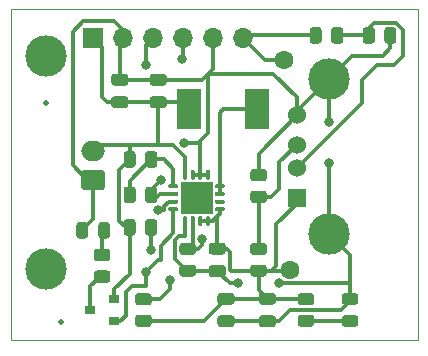
<source format=gbr>
%TF.GenerationSoftware,KiCad,Pcbnew,5.1.10-88a1d61d58~88~ubuntu18.04.1*%
%TF.CreationDate,2021-10-12T23:30:59-03:00*%
%TF.ProjectId,ConversorDCDC,436f6e76-6572-4736-9f72-444344432e6b,1.0*%
%TF.SameCoordinates,Original*%
%TF.FileFunction,Copper,L1,Top*%
%TF.FilePolarity,Positive*%
%FSLAX46Y46*%
G04 Gerber Fmt 4.6, Leading zero omitted, Abs format (unit mm)*
G04 Created by KiCad (PCBNEW 5.1.10-88a1d61d58~88~ubuntu18.04.1) date 2021-10-12 23:30:59*
%MOMM*%
%LPD*%
G01*
G04 APERTURE LIST*
%TA.AperFunction,Profile*%
%ADD10C,0.050000*%
%TD*%
%TA.AperFunction,ComponentPad*%
%ADD11C,2.600000*%
%TD*%
%TA.AperFunction,ConnectorPad*%
%ADD12C,3.500000*%
%TD*%
%TA.AperFunction,SMDPad,CuDef*%
%ADD13R,2.000000X3.400000*%
%TD*%
%TA.AperFunction,SMDPad,CuDef*%
%ADD14R,0.900000X0.800000*%
%TD*%
%TA.AperFunction,SMDPad,CuDef*%
%ADD15R,2.700000X2.700000*%
%TD*%
%TA.AperFunction,ComponentPad*%
%ADD16C,0.500000*%
%TD*%
%TA.AperFunction,ComponentPad*%
%ADD17O,2.000000X1.700000*%
%TD*%
%TA.AperFunction,ComponentPad*%
%ADD18R,1.700000X1.700000*%
%TD*%
%TA.AperFunction,ComponentPad*%
%ADD19O,1.700000X1.700000*%
%TD*%
%TA.AperFunction,SMDPad,CuDef*%
%ADD20C,0.500000*%
%TD*%
%TA.AperFunction,ComponentPad*%
%ADD21C,3.500000*%
%TD*%
%TA.AperFunction,ComponentPad*%
%ADD22R,1.524000X1.524000*%
%TD*%
%TA.AperFunction,ComponentPad*%
%ADD23C,1.524000*%
%TD*%
%TA.AperFunction,ViaPad*%
%ADD24C,0.800000*%
%TD*%
%TA.AperFunction,ViaPad*%
%ADD25C,1.600000*%
%TD*%
%TA.AperFunction,Conductor*%
%ADD26C,0.300000*%
%TD*%
G04 APERTURE END LIST*
D10*
X80000000Y-126500000D02*
X80000000Y-98500000D01*
X114500000Y-126500000D02*
X80000000Y-126500000D01*
X114500000Y-98500000D02*
X114500000Y-126500000D01*
X80000000Y-98500000D02*
X114500000Y-98500000D01*
%TO.P,LED1,2*%
%TO.N,Net-(LED1-Pad2)*%
%TA.AperFunction,SMDPad,CuDef*%
G36*
G01*
X87450000Y-117706250D02*
X87450000Y-116793750D01*
G75*
G02*
X87693750Y-116550000I243750J0D01*
G01*
X88181250Y-116550000D01*
G75*
G02*
X88425000Y-116793750I0J-243750D01*
G01*
X88425000Y-117706250D01*
G75*
G02*
X88181250Y-117950000I-243750J0D01*
G01*
X87693750Y-117950000D01*
G75*
G02*
X87450000Y-117706250I0J243750D01*
G01*
G37*
%TD.AperFunction*%
%TO.P,LED1,1*%
%TO.N,GND*%
%TA.AperFunction,SMDPad,CuDef*%
G36*
G01*
X85575000Y-117706250D02*
X85575000Y-116793750D01*
G75*
G02*
X85818750Y-116550000I243750J0D01*
G01*
X86306250Y-116550000D01*
G75*
G02*
X86550000Y-116793750I0J-243750D01*
G01*
X86550000Y-117706250D01*
G75*
G02*
X86306250Y-117950000I-243750J0D01*
G01*
X85818750Y-117950000D01*
G75*
G02*
X85575000Y-117706250I0J243750D01*
G01*
G37*
%TD.AperFunction*%
%TD*%
%TO.P,R2,2*%
%TO.N,GND*%
%TA.AperFunction,SMDPad,CuDef*%
G36*
G01*
X91400000Y-114700001D02*
X91400000Y-113799999D01*
G75*
G02*
X91649999Y-113550000I249999J0D01*
G01*
X92175001Y-113550000D01*
G75*
G02*
X92425000Y-113799999I0J-249999D01*
G01*
X92425000Y-114700001D01*
G75*
G02*
X92175001Y-114950000I-249999J0D01*
G01*
X91649999Y-114950000D01*
G75*
G02*
X91400000Y-114700001I0J249999D01*
G01*
G37*
%TD.AperFunction*%
%TO.P,R2,1*%
%TO.N,Net-(R1-Pad2)*%
%TA.AperFunction,SMDPad,CuDef*%
G36*
G01*
X89575000Y-114700001D02*
X89575000Y-113799999D01*
G75*
G02*
X89824999Y-113550000I249999J0D01*
G01*
X90350001Y-113550000D01*
G75*
G02*
X90600000Y-113799999I0J-249999D01*
G01*
X90600000Y-114700001D01*
G75*
G02*
X90350001Y-114950000I-249999J0D01*
G01*
X89824999Y-114950000D01*
G75*
G02*
X89575000Y-114700001I0J249999D01*
G01*
G37*
%TD.AperFunction*%
%TD*%
D11*
%TO.P,H1,1*%
%TO.N,N/C*%
X83000000Y-102500000D03*
D12*
X83000000Y-102500000D03*
%TD*%
%TO.P,R5,1*%
%TO.N,Net-(LED2-Pad2)*%
%TA.AperFunction,SMDPad,CuDef*%
G36*
G01*
X105450001Y-125425000D02*
X104549999Y-125425000D01*
G75*
G02*
X104300000Y-125175001I0J249999D01*
G01*
X104300000Y-124649999D01*
G75*
G02*
X104549999Y-124400000I249999J0D01*
G01*
X105450001Y-124400000D01*
G75*
G02*
X105700000Y-124649999I0J-249999D01*
G01*
X105700000Y-125175001D01*
G75*
G02*
X105450001Y-125425000I-249999J0D01*
G01*
G37*
%TD.AperFunction*%
%TO.P,R5,2*%
%TO.N,+5V*%
%TA.AperFunction,SMDPad,CuDef*%
G36*
G01*
X105450001Y-123600000D02*
X104549999Y-123600000D01*
G75*
G02*
X104300000Y-123350001I0J249999D01*
G01*
X104300000Y-122824999D01*
G75*
G02*
X104549999Y-122575000I249999J0D01*
G01*
X105450001Y-122575000D01*
G75*
G02*
X105700000Y-122824999I0J-249999D01*
G01*
X105700000Y-123350001D01*
G75*
G02*
X105450001Y-123600000I-249999J0D01*
G01*
G37*
%TD.AperFunction*%
%TD*%
%TO.P,R9,2*%
%TO.N,Net-(CN1-Pad3)*%
%TA.AperFunction,SMDPad,CuDef*%
G36*
G01*
X101450001Y-119350000D02*
X100549999Y-119350000D01*
G75*
G02*
X100300000Y-119100001I0J249999D01*
G01*
X100300000Y-118574999D01*
G75*
G02*
X100549999Y-118325000I249999J0D01*
G01*
X101450001Y-118325000D01*
G75*
G02*
X101700000Y-118574999I0J-249999D01*
G01*
X101700000Y-119100001D01*
G75*
G02*
X101450001Y-119350000I-249999J0D01*
G01*
G37*
%TD.AperFunction*%
%TO.P,R9,1*%
%TO.N,+5V*%
%TA.AperFunction,SMDPad,CuDef*%
G36*
G01*
X101450001Y-121175000D02*
X100549999Y-121175000D01*
G75*
G02*
X100300000Y-120925001I0J249999D01*
G01*
X100300000Y-120399999D01*
G75*
G02*
X100549999Y-120150000I249999J0D01*
G01*
X101450001Y-120150000D01*
G75*
G02*
X101700000Y-120399999I0J-249999D01*
G01*
X101700000Y-120925001D01*
G75*
G02*
X101450001Y-121175000I-249999J0D01*
G01*
G37*
%TD.AperFunction*%
%TD*%
%TO.P,R13,2*%
%TO.N,/ENABLE*%
%TA.AperFunction,SMDPad,CuDef*%
G36*
G01*
X91400000Y-117450001D02*
X91400000Y-116549999D01*
G75*
G02*
X91649999Y-116300000I249999J0D01*
G01*
X92175001Y-116300000D01*
G75*
G02*
X92425000Y-116549999I0J-249999D01*
G01*
X92425000Y-117450001D01*
G75*
G02*
X92175001Y-117700000I-249999J0D01*
G01*
X91649999Y-117700000D01*
G75*
G02*
X91400000Y-117450001I0J249999D01*
G01*
G37*
%TD.AperFunction*%
%TO.P,R13,1*%
%TO.N,+BATT*%
%TA.AperFunction,SMDPad,CuDef*%
G36*
G01*
X89575000Y-117450001D02*
X89575000Y-116549999D01*
G75*
G02*
X89824999Y-116300000I249999J0D01*
G01*
X90350001Y-116300000D01*
G75*
G02*
X90600000Y-116549999I0J-249999D01*
G01*
X90600000Y-117450001D01*
G75*
G02*
X90350001Y-117700000I-249999J0D01*
G01*
X89824999Y-117700000D01*
G75*
G02*
X89575000Y-117450001I0J249999D01*
G01*
G37*
%TD.AperFunction*%
%TD*%
D13*
%TO.P,L1,1*%
%TO.N,+BATT*%
X95150000Y-107000000D03*
%TO.P,L1,2*%
%TO.N,Net-(L1-Pad2)*%
X100850000Y-107000000D03*
%TD*%
%TO.P,R4,1*%
%TO.N,Net-(R3-Pad2)*%
%TA.AperFunction,SMDPad,CuDef*%
G36*
G01*
X94549999Y-118325000D02*
X95450001Y-118325000D01*
G75*
G02*
X95700000Y-118574999I0J-249999D01*
G01*
X95700000Y-119100001D01*
G75*
G02*
X95450001Y-119350000I-249999J0D01*
G01*
X94549999Y-119350000D01*
G75*
G02*
X94300000Y-119100001I0J249999D01*
G01*
X94300000Y-118574999D01*
G75*
G02*
X94549999Y-118325000I249999J0D01*
G01*
G37*
%TD.AperFunction*%
%TO.P,R4,2*%
%TO.N,GND*%
%TA.AperFunction,SMDPad,CuDef*%
G36*
G01*
X94549999Y-120150000D02*
X95450001Y-120150000D01*
G75*
G02*
X95700000Y-120399999I0J-249999D01*
G01*
X95700000Y-120925001D01*
G75*
G02*
X95450001Y-121175000I-249999J0D01*
G01*
X94549999Y-121175000D01*
G75*
G02*
X94300000Y-120925001I0J249999D01*
G01*
X94300000Y-120399999D01*
G75*
G02*
X94549999Y-120150000I249999J0D01*
G01*
G37*
%TD.AperFunction*%
%TD*%
%TO.P,C3,1*%
%TO.N,+5V*%
%TA.AperFunction,SMDPad,CuDef*%
G36*
G01*
X97775000Y-122550000D02*
X98725000Y-122550000D01*
G75*
G02*
X98975000Y-122800000I0J-250000D01*
G01*
X98975000Y-123300000D01*
G75*
G02*
X98725000Y-123550000I-250000J0D01*
G01*
X97775000Y-123550000D01*
G75*
G02*
X97525000Y-123300000I0J250000D01*
G01*
X97525000Y-122800000D01*
G75*
G02*
X97775000Y-122550000I250000J0D01*
G01*
G37*
%TD.AperFunction*%
%TO.P,C3,2*%
%TO.N,GND*%
%TA.AperFunction,SMDPad,CuDef*%
G36*
G01*
X97775000Y-124450000D02*
X98725000Y-124450000D01*
G75*
G02*
X98975000Y-124700000I0J-250000D01*
G01*
X98975000Y-125200000D01*
G75*
G02*
X98725000Y-125450000I-250000J0D01*
G01*
X97775000Y-125450000D01*
G75*
G02*
X97525000Y-125200000I0J250000D01*
G01*
X97525000Y-124700000D01*
G75*
G02*
X97775000Y-124450000I250000J0D01*
G01*
G37*
%TD.AperFunction*%
%TD*%
%TO.P,R3,2*%
%TO.N,Net-(R3-Pad2)*%
%TA.AperFunction,SMDPad,CuDef*%
G36*
G01*
X91700001Y-123600000D02*
X90799999Y-123600000D01*
G75*
G02*
X90550000Y-123350001I0J249999D01*
G01*
X90550000Y-122824999D01*
G75*
G02*
X90799999Y-122575000I249999J0D01*
G01*
X91700001Y-122575000D01*
G75*
G02*
X91950000Y-122824999I0J-249999D01*
G01*
X91950000Y-123350001D01*
G75*
G02*
X91700001Y-123600000I-249999J0D01*
G01*
G37*
%TD.AperFunction*%
%TO.P,R3,1*%
%TO.N,+5V*%
%TA.AperFunction,SMDPad,CuDef*%
G36*
G01*
X91700001Y-125425000D02*
X90799999Y-125425000D01*
G75*
G02*
X90550000Y-125175001I0J249999D01*
G01*
X90550000Y-124649999D01*
G75*
G02*
X90799999Y-124400000I249999J0D01*
G01*
X91700001Y-124400000D01*
G75*
G02*
X91950000Y-124649999I0J-249999D01*
G01*
X91950000Y-125175001D01*
G75*
G02*
X91700001Y-125425000I-249999J0D01*
G01*
G37*
%TD.AperFunction*%
%TD*%
D14*
%TO.P,T1,1*%
%TO.N,/LBO*%
X88750000Y-124950000D03*
%TO.P,T1,2*%
%TO.N,+BATT*%
X88750000Y-123050000D03*
%TO.P,T1,3*%
%TO.N,Net-(R20-Pad1)*%
X86750000Y-124000000D03*
%TD*%
%TO.P,U1,1*%
%TO.N,+5V*%
%TA.AperFunction,SMDPad,CuDef*%
G36*
G01*
X98125000Y-115387500D02*
X98125000Y-115562500D01*
G75*
G02*
X98037500Y-115650000I-87500J0D01*
G01*
X97387500Y-115650000D01*
G75*
G02*
X97300000Y-115562500I0J87500D01*
G01*
X97300000Y-115387500D01*
G75*
G02*
X97387500Y-115300000I87500J0D01*
G01*
X98037500Y-115300000D01*
G75*
G02*
X98125000Y-115387500I0J-87500D01*
G01*
G37*
%TD.AperFunction*%
%TO.P,U1,2*%
%TO.N,Net-(U1-Pad2)*%
%TA.AperFunction,SMDPad,CuDef*%
G36*
G01*
X98125000Y-114737500D02*
X98125000Y-114912500D01*
G75*
G02*
X98037500Y-115000000I-87500J0D01*
G01*
X97387500Y-115000000D01*
G75*
G02*
X97300000Y-114912500I0J87500D01*
G01*
X97300000Y-114737500D01*
G75*
G02*
X97387500Y-114650000I87500J0D01*
G01*
X98037500Y-114650000D01*
G75*
G02*
X98125000Y-114737500I0J-87500D01*
G01*
G37*
%TD.AperFunction*%
%TO.P,U1,3*%
%TO.N,Net-(L1-Pad2)*%
%TA.AperFunction,SMDPad,CuDef*%
G36*
G01*
X98125000Y-114087500D02*
X98125000Y-114262500D01*
G75*
G02*
X98037500Y-114350000I-87500J0D01*
G01*
X97387500Y-114350000D01*
G75*
G02*
X97300000Y-114262500I0J87500D01*
G01*
X97300000Y-114087500D01*
G75*
G02*
X97387500Y-114000000I87500J0D01*
G01*
X98037500Y-114000000D01*
G75*
G02*
X98125000Y-114087500I0J-87500D01*
G01*
G37*
%TD.AperFunction*%
%TO.P,U1,4*%
%TA.AperFunction,SMDPad,CuDef*%
G36*
G01*
X98125000Y-113437500D02*
X98125000Y-113612500D01*
G75*
G02*
X98037500Y-113700000I-87500J0D01*
G01*
X97387500Y-113700000D01*
G75*
G02*
X97300000Y-113612500I0J87500D01*
G01*
X97300000Y-113437500D01*
G75*
G02*
X97387500Y-113350000I87500J0D01*
G01*
X98037500Y-113350000D01*
G75*
G02*
X98125000Y-113437500I0J-87500D01*
G01*
G37*
%TD.AperFunction*%
%TO.P,U1,5*%
%TO.N,GND*%
%TA.AperFunction,SMDPad,CuDef*%
G36*
G01*
X96900000Y-112212500D02*
X96900000Y-112862500D01*
G75*
G02*
X96812500Y-112950000I-87500J0D01*
G01*
X96637500Y-112950000D01*
G75*
G02*
X96550000Y-112862500I0J87500D01*
G01*
X96550000Y-112212500D01*
G75*
G02*
X96637500Y-112125000I87500J0D01*
G01*
X96812500Y-112125000D01*
G75*
G02*
X96900000Y-112212500I0J-87500D01*
G01*
G37*
%TD.AperFunction*%
%TO.P,U1,6*%
%TA.AperFunction,SMDPad,CuDef*%
G36*
G01*
X96250000Y-112212500D02*
X96250000Y-112862500D01*
G75*
G02*
X96162500Y-112950000I-87500J0D01*
G01*
X95987500Y-112950000D01*
G75*
G02*
X95900000Y-112862500I0J87500D01*
G01*
X95900000Y-112212500D01*
G75*
G02*
X95987500Y-112125000I87500J0D01*
G01*
X96162500Y-112125000D01*
G75*
G02*
X96250000Y-112212500I0J-87500D01*
G01*
G37*
%TD.AperFunction*%
%TO.P,U1,7*%
%TA.AperFunction,SMDPad,CuDef*%
G36*
G01*
X95600000Y-112212500D02*
X95600000Y-112862500D01*
G75*
G02*
X95512500Y-112950000I-87500J0D01*
G01*
X95337500Y-112950000D01*
G75*
G02*
X95250000Y-112862500I0J87500D01*
G01*
X95250000Y-112212500D01*
G75*
G02*
X95337500Y-112125000I87500J0D01*
G01*
X95512500Y-112125000D01*
G75*
G02*
X95600000Y-112212500I0J-87500D01*
G01*
G37*
%TD.AperFunction*%
%TO.P,U1,8*%
%TO.N,+BATT*%
%TA.AperFunction,SMDPad,CuDef*%
G36*
G01*
X94950000Y-112212500D02*
X94950000Y-112862500D01*
G75*
G02*
X94862500Y-112950000I-87500J0D01*
G01*
X94687500Y-112950000D01*
G75*
G02*
X94600000Y-112862500I0J87500D01*
G01*
X94600000Y-112212500D01*
G75*
G02*
X94687500Y-112125000I87500J0D01*
G01*
X94862500Y-112125000D01*
G75*
G02*
X94950000Y-112212500I0J-87500D01*
G01*
G37*
%TD.AperFunction*%
%TO.P,U1,9*%
%TO.N,Net-(R1-Pad2)*%
%TA.AperFunction,SMDPad,CuDef*%
G36*
G01*
X94200000Y-113437500D02*
X94200000Y-113612500D01*
G75*
G02*
X94112500Y-113700000I-87500J0D01*
G01*
X93462500Y-113700000D01*
G75*
G02*
X93375000Y-113612500I0J87500D01*
G01*
X93375000Y-113437500D01*
G75*
G02*
X93462500Y-113350000I87500J0D01*
G01*
X94112500Y-113350000D01*
G75*
G02*
X94200000Y-113437500I0J-87500D01*
G01*
G37*
%TD.AperFunction*%
%TO.P,U1,10*%
%TO.N,GND*%
%TA.AperFunction,SMDPad,CuDef*%
G36*
G01*
X94200000Y-114087500D02*
X94200000Y-114262500D01*
G75*
G02*
X94112500Y-114350000I-87500J0D01*
G01*
X93462500Y-114350000D01*
G75*
G02*
X93375000Y-114262500I0J87500D01*
G01*
X93375000Y-114087500D01*
G75*
G02*
X93462500Y-114000000I87500J0D01*
G01*
X94112500Y-114000000D01*
G75*
G02*
X94200000Y-114087500I0J-87500D01*
G01*
G37*
%TD.AperFunction*%
%TO.P,U1,11*%
%TO.N,/ENABLE*%
%TA.AperFunction,SMDPad,CuDef*%
G36*
G01*
X94200000Y-114737500D02*
X94200000Y-114912500D01*
G75*
G02*
X94112500Y-115000000I-87500J0D01*
G01*
X93462500Y-115000000D01*
G75*
G02*
X93375000Y-114912500I0J87500D01*
G01*
X93375000Y-114737500D01*
G75*
G02*
X93462500Y-114650000I87500J0D01*
G01*
X94112500Y-114650000D01*
G75*
G02*
X94200000Y-114737500I0J-87500D01*
G01*
G37*
%TD.AperFunction*%
%TO.P,U1,12*%
%TO.N,/LBO*%
%TA.AperFunction,SMDPad,CuDef*%
G36*
G01*
X94200000Y-115387500D02*
X94200000Y-115562500D01*
G75*
G02*
X94112500Y-115650000I-87500J0D01*
G01*
X93462500Y-115650000D01*
G75*
G02*
X93375000Y-115562500I0J87500D01*
G01*
X93375000Y-115387500D01*
G75*
G02*
X93462500Y-115300000I87500J0D01*
G01*
X94112500Y-115300000D01*
G75*
G02*
X94200000Y-115387500I0J-87500D01*
G01*
G37*
%TD.AperFunction*%
%TO.P,U1,13*%
%TO.N,GND*%
%TA.AperFunction,SMDPad,CuDef*%
G36*
G01*
X94950000Y-116137500D02*
X94950000Y-116787500D01*
G75*
G02*
X94862500Y-116875000I-87500J0D01*
G01*
X94687500Y-116875000D01*
G75*
G02*
X94600000Y-116787500I0J87500D01*
G01*
X94600000Y-116137500D01*
G75*
G02*
X94687500Y-116050000I87500J0D01*
G01*
X94862500Y-116050000D01*
G75*
G02*
X94950000Y-116137500I0J-87500D01*
G01*
G37*
%TD.AperFunction*%
%TO.P,U1,14*%
%TO.N,Net-(R3-Pad2)*%
%TA.AperFunction,SMDPad,CuDef*%
G36*
G01*
X95600000Y-116137500D02*
X95600000Y-116787500D01*
G75*
G02*
X95512500Y-116875000I-87500J0D01*
G01*
X95337500Y-116875000D01*
G75*
G02*
X95250000Y-116787500I0J87500D01*
G01*
X95250000Y-116137500D01*
G75*
G02*
X95337500Y-116050000I87500J0D01*
G01*
X95512500Y-116050000D01*
G75*
G02*
X95600000Y-116137500I0J-87500D01*
G01*
G37*
%TD.AperFunction*%
%TO.P,U1,15*%
%TO.N,+5V*%
%TA.AperFunction,SMDPad,CuDef*%
G36*
G01*
X96250000Y-116137500D02*
X96250000Y-116787500D01*
G75*
G02*
X96162500Y-116875000I-87500J0D01*
G01*
X95987500Y-116875000D01*
G75*
G02*
X95900000Y-116787500I0J87500D01*
G01*
X95900000Y-116137500D01*
G75*
G02*
X95987500Y-116050000I87500J0D01*
G01*
X96162500Y-116050000D01*
G75*
G02*
X96250000Y-116137500I0J-87500D01*
G01*
G37*
%TD.AperFunction*%
%TO.P,U1,16*%
%TA.AperFunction,SMDPad,CuDef*%
G36*
G01*
X96900000Y-116137500D02*
X96900000Y-116787500D01*
G75*
G02*
X96812500Y-116875000I-87500J0D01*
G01*
X96637500Y-116875000D01*
G75*
G02*
X96550000Y-116787500I0J87500D01*
G01*
X96550000Y-116137500D01*
G75*
G02*
X96637500Y-116050000I87500J0D01*
G01*
X96812500Y-116050000D01*
G75*
G02*
X96900000Y-116137500I0J-87500D01*
G01*
G37*
%TD.AperFunction*%
D15*
%TO.P,U1,17*%
%TO.N,Net-(U1-Pad17)*%
X95750000Y-114500000D03*
D16*
X96850000Y-115600000D03*
X95750000Y-115600000D03*
X94650000Y-115600000D03*
X96850000Y-114500000D03*
X95750000Y-114500000D03*
X94650000Y-114500000D03*
X96850000Y-113400000D03*
X95750000Y-113400000D03*
X94650000Y-113400000D03*
%TD*%
%TO.P,X2,1*%
%TO.N,GND*%
%TA.AperFunction,ComponentPad*%
G36*
G01*
X87750000Y-113850000D02*
X86250000Y-113850000D01*
G75*
G02*
X86000000Y-113600000I0J250000D01*
G01*
X86000000Y-112400000D01*
G75*
G02*
X86250000Y-112150000I250000J0D01*
G01*
X87750000Y-112150000D01*
G75*
G02*
X88000000Y-112400000I0J-250000D01*
G01*
X88000000Y-113600000D01*
G75*
G02*
X87750000Y-113850000I-250000J0D01*
G01*
G37*
%TD.AperFunction*%
D17*
%TO.P,X2,2*%
%TO.N,+BATT*%
X87000000Y-110500000D03*
%TD*%
D12*
%TO.P,H2,1*%
%TO.N,N/C*%
X83000000Y-120500000D03*
D11*
X83000000Y-120500000D03*
%TD*%
D18*
%TO.P,JP1,1*%
%TO.N,+BATT*%
X87000000Y-101000000D03*
D19*
%TO.P,JP1,2*%
%TO.N,GND*%
X89540000Y-101000000D03*
%TO.P,JP1,3*%
%TO.N,/ENABLE*%
X92080000Y-101000000D03*
%TO.P,JP1,4*%
%TO.N,/LBO*%
X94620000Y-101000000D03*
%TO.P,JP1,5*%
%TO.N,GND*%
X97160000Y-101000000D03*
%TO.P,JP1,6*%
%TO.N,+5V*%
X99700000Y-101000000D03*
%TD*%
%TO.P,R10,1*%
%TO.N,Net-(CN1-Pad2)*%
%TA.AperFunction,SMDPad,CuDef*%
G36*
G01*
X109825000Y-101200001D02*
X109825000Y-100299999D01*
G75*
G02*
X110074999Y-100050000I249999J0D01*
G01*
X110600001Y-100050000D01*
G75*
G02*
X110850000Y-100299999I0J-249999D01*
G01*
X110850000Y-101200001D01*
G75*
G02*
X110600001Y-101450000I-249999J0D01*
G01*
X110074999Y-101450000D01*
G75*
G02*
X109825000Y-101200001I0J249999D01*
G01*
G37*
%TD.AperFunction*%
%TO.P,R10,2*%
%TO.N,GND*%
%TA.AperFunction,SMDPad,CuDef*%
G36*
G01*
X111650000Y-101200001D02*
X111650000Y-100299999D01*
G75*
G02*
X111899999Y-100050000I249999J0D01*
G01*
X112425001Y-100050000D01*
G75*
G02*
X112675000Y-100299999I0J-249999D01*
G01*
X112675000Y-101200001D01*
G75*
G02*
X112425001Y-101450000I-249999J0D01*
G01*
X111899999Y-101450000D01*
G75*
G02*
X111650000Y-101200001I0J249999D01*
G01*
G37*
%TD.AperFunction*%
%TD*%
%TO.P,R1,1*%
%TO.N,+BATT*%
%TA.AperFunction,SMDPad,CuDef*%
G36*
G01*
X89575000Y-111700001D02*
X89575000Y-110799999D01*
G75*
G02*
X89824999Y-110550000I249999J0D01*
G01*
X90350001Y-110550000D01*
G75*
G02*
X90600000Y-110799999I0J-249999D01*
G01*
X90600000Y-111700001D01*
G75*
G02*
X90350001Y-111950000I-249999J0D01*
G01*
X89824999Y-111950000D01*
G75*
G02*
X89575000Y-111700001I0J249999D01*
G01*
G37*
%TD.AperFunction*%
%TO.P,R1,2*%
%TO.N,Net-(R1-Pad2)*%
%TA.AperFunction,SMDPad,CuDef*%
G36*
G01*
X91400000Y-111700001D02*
X91400000Y-110799999D01*
G75*
G02*
X91649999Y-110550000I249999J0D01*
G01*
X92175001Y-110550000D01*
G75*
G02*
X92425000Y-110799999I0J-249999D01*
G01*
X92425000Y-111700001D01*
G75*
G02*
X92175001Y-111950000I-249999J0D01*
G01*
X91649999Y-111950000D01*
G75*
G02*
X91400000Y-111700001I0J249999D01*
G01*
G37*
%TD.AperFunction*%
%TD*%
%TO.P,R12,1*%
%TO.N,Net-(CN1-Pad3)*%
%TA.AperFunction,SMDPad,CuDef*%
G36*
G01*
X101450001Y-114925000D02*
X100549999Y-114925000D01*
G75*
G02*
X100300000Y-114675001I0J249999D01*
G01*
X100300000Y-114149999D01*
G75*
G02*
X100549999Y-113900000I249999J0D01*
G01*
X101450001Y-113900000D01*
G75*
G02*
X101700000Y-114149999I0J-249999D01*
G01*
X101700000Y-114675001D01*
G75*
G02*
X101450001Y-114925000I-249999J0D01*
G01*
G37*
%TD.AperFunction*%
%TO.P,R12,2*%
%TO.N,GND*%
%TA.AperFunction,SMDPad,CuDef*%
G36*
G01*
X101450001Y-113100000D02*
X100549999Y-113100000D01*
G75*
G02*
X100300000Y-112850001I0J249999D01*
G01*
X100300000Y-112324999D01*
G75*
G02*
X100549999Y-112075000I249999J0D01*
G01*
X101450001Y-112075000D01*
G75*
G02*
X101700000Y-112324999I0J-249999D01*
G01*
X101700000Y-112850001D01*
G75*
G02*
X101450001Y-113100000I-249999J0D01*
G01*
G37*
%TD.AperFunction*%
%TD*%
%TO.P,C4,2*%
%TO.N,GND*%
%TA.AperFunction,SMDPad,CuDef*%
G36*
G01*
X92975000Y-105000000D02*
X92025000Y-105000000D01*
G75*
G02*
X91775000Y-104750000I0J250000D01*
G01*
X91775000Y-104250000D01*
G75*
G02*
X92025000Y-104000000I250000J0D01*
G01*
X92975000Y-104000000D01*
G75*
G02*
X93225000Y-104250000I0J-250000D01*
G01*
X93225000Y-104750000D01*
G75*
G02*
X92975000Y-105000000I-250000J0D01*
G01*
G37*
%TD.AperFunction*%
%TO.P,C4,1*%
%TO.N,+BATT*%
%TA.AperFunction,SMDPad,CuDef*%
G36*
G01*
X92975000Y-106900000D02*
X92025000Y-106900000D01*
G75*
G02*
X91775000Y-106650000I0J250000D01*
G01*
X91775000Y-106150000D01*
G75*
G02*
X92025000Y-105900000I250000J0D01*
G01*
X92975000Y-105900000D01*
G75*
G02*
X93225000Y-106150000I0J-250000D01*
G01*
X93225000Y-106650000D01*
G75*
G02*
X92975000Y-106900000I-250000J0D01*
G01*
G37*
%TD.AperFunction*%
%TD*%
%TO.P,C6,1*%
%TO.N,+5V*%
%TA.AperFunction,SMDPad,CuDef*%
G36*
G01*
X101275000Y-122550000D02*
X102225000Y-122550000D01*
G75*
G02*
X102475000Y-122800000I0J-250000D01*
G01*
X102475000Y-123300000D01*
G75*
G02*
X102225000Y-123550000I-250000J0D01*
G01*
X101275000Y-123550000D01*
G75*
G02*
X101025000Y-123300000I0J250000D01*
G01*
X101025000Y-122800000D01*
G75*
G02*
X101275000Y-122550000I250000J0D01*
G01*
G37*
%TD.AperFunction*%
%TO.P,C6,2*%
%TO.N,GND*%
%TA.AperFunction,SMDPad,CuDef*%
G36*
G01*
X101275000Y-124450000D02*
X102225000Y-124450000D01*
G75*
G02*
X102475000Y-124700000I0J-250000D01*
G01*
X102475000Y-125200000D01*
G75*
G02*
X102225000Y-125450000I-250000J0D01*
G01*
X101275000Y-125450000D01*
G75*
G02*
X101025000Y-125200000I0J250000D01*
G01*
X101025000Y-124700000D01*
G75*
G02*
X101275000Y-124450000I250000J0D01*
G01*
G37*
%TD.AperFunction*%
%TD*%
%TO.P,R20,1*%
%TO.N,Net-(R20-Pad1)*%
%TA.AperFunction,SMDPad,CuDef*%
G36*
G01*
X88200001Y-121675000D02*
X87299999Y-121675000D01*
G75*
G02*
X87050000Y-121425001I0J249999D01*
G01*
X87050000Y-120899999D01*
G75*
G02*
X87299999Y-120650000I249999J0D01*
G01*
X88200001Y-120650000D01*
G75*
G02*
X88450000Y-120899999I0J-249999D01*
G01*
X88450000Y-121425001D01*
G75*
G02*
X88200001Y-121675000I-249999J0D01*
G01*
G37*
%TD.AperFunction*%
%TO.P,R20,2*%
%TO.N,Net-(LED1-Pad2)*%
%TA.AperFunction,SMDPad,CuDef*%
G36*
G01*
X88200001Y-119850000D02*
X87299999Y-119850000D01*
G75*
G02*
X87050000Y-119600001I0J249999D01*
G01*
X87050000Y-119074999D01*
G75*
G02*
X87299999Y-118825000I249999J0D01*
G01*
X88200001Y-118825000D01*
G75*
G02*
X88450000Y-119074999I0J-249999D01*
G01*
X88450000Y-119600001D01*
G75*
G02*
X88200001Y-119850000I-249999J0D01*
G01*
G37*
%TD.AperFunction*%
%TD*%
D20*
%TO.P,FID1,*%
%TO.N,*%
X83000000Y-106500000D03*
%TD*%
%TO.P,R11,2*%
%TO.N,Net-(CN1-Pad2)*%
%TA.AperFunction,SMDPad,CuDef*%
G36*
G01*
X107150000Y-101200001D02*
X107150000Y-100299999D01*
G75*
G02*
X107399999Y-100050000I249999J0D01*
G01*
X107925001Y-100050000D01*
G75*
G02*
X108175000Y-100299999I0J-249999D01*
G01*
X108175000Y-101200001D01*
G75*
G02*
X107925001Y-101450000I-249999J0D01*
G01*
X107399999Y-101450000D01*
G75*
G02*
X107150000Y-101200001I0J249999D01*
G01*
G37*
%TD.AperFunction*%
%TO.P,R11,1*%
%TO.N,+5V*%
%TA.AperFunction,SMDPad,CuDef*%
G36*
G01*
X105325000Y-101200001D02*
X105325000Y-100299999D01*
G75*
G02*
X105574999Y-100050000I249999J0D01*
G01*
X106100001Y-100050000D01*
G75*
G02*
X106350000Y-100299999I0J-249999D01*
G01*
X106350000Y-101200001D01*
G75*
G02*
X106100001Y-101450000I-249999J0D01*
G01*
X105574999Y-101450000D01*
G75*
G02*
X105325000Y-101200001I0J249999D01*
G01*
G37*
%TD.AperFunction*%
%TD*%
%TO.P,LED2,1*%
%TO.N,GND*%
%TA.AperFunction,SMDPad,CuDef*%
G36*
G01*
X108293750Y-122575000D02*
X109206250Y-122575000D01*
G75*
G02*
X109450000Y-122818750I0J-243750D01*
G01*
X109450000Y-123306250D01*
G75*
G02*
X109206250Y-123550000I-243750J0D01*
G01*
X108293750Y-123550000D01*
G75*
G02*
X108050000Y-123306250I0J243750D01*
G01*
X108050000Y-122818750D01*
G75*
G02*
X108293750Y-122575000I243750J0D01*
G01*
G37*
%TD.AperFunction*%
%TO.P,LED2,2*%
%TO.N,Net-(LED2-Pad2)*%
%TA.AperFunction,SMDPad,CuDef*%
G36*
G01*
X108293750Y-124450000D02*
X109206250Y-124450000D01*
G75*
G02*
X109450000Y-124693750I0J-243750D01*
G01*
X109450000Y-125181250D01*
G75*
G02*
X109206250Y-125425000I-243750J0D01*
G01*
X108293750Y-125425000D01*
G75*
G02*
X108050000Y-125181250I0J243750D01*
G01*
X108050000Y-124693750D01*
G75*
G02*
X108293750Y-124450000I243750J0D01*
G01*
G37*
%TD.AperFunction*%
%TD*%
%TO.P,FID2,*%
%TO.N,*%
X84250000Y-125000000D03*
%TD*%
%TO.P,C1,1*%
%TO.N,+BATT*%
%TA.AperFunction,SMDPad,CuDef*%
G36*
G01*
X89725000Y-106900000D02*
X88775000Y-106900000D01*
G75*
G02*
X88525000Y-106650000I0J250000D01*
G01*
X88525000Y-106150000D01*
G75*
G02*
X88775000Y-105900000I250000J0D01*
G01*
X89725000Y-105900000D01*
G75*
G02*
X89975000Y-106150000I0J-250000D01*
G01*
X89975000Y-106650000D01*
G75*
G02*
X89725000Y-106900000I-250000J0D01*
G01*
G37*
%TD.AperFunction*%
%TO.P,C1,2*%
%TO.N,GND*%
%TA.AperFunction,SMDPad,CuDef*%
G36*
G01*
X89725000Y-105000000D02*
X88775000Y-105000000D01*
G75*
G02*
X88525000Y-104750000I0J250000D01*
G01*
X88525000Y-104250000D01*
G75*
G02*
X88775000Y-104000000I250000J0D01*
G01*
X89725000Y-104000000D01*
G75*
G02*
X89975000Y-104250000I0J-250000D01*
G01*
X89975000Y-104750000D01*
G75*
G02*
X89725000Y-105000000I-250000J0D01*
G01*
G37*
%TD.AperFunction*%
%TD*%
%TO.P,C2,2*%
%TO.N,GND*%
%TA.AperFunction,SMDPad,CuDef*%
G36*
G01*
X97025000Y-120200000D02*
X97975000Y-120200000D01*
G75*
G02*
X98225000Y-120450000I0J-250000D01*
G01*
X98225000Y-120950000D01*
G75*
G02*
X97975000Y-121200000I-250000J0D01*
G01*
X97025000Y-121200000D01*
G75*
G02*
X96775000Y-120950000I0J250000D01*
G01*
X96775000Y-120450000D01*
G75*
G02*
X97025000Y-120200000I250000J0D01*
G01*
G37*
%TD.AperFunction*%
%TO.P,C2,1*%
%TO.N,+5V*%
%TA.AperFunction,SMDPad,CuDef*%
G36*
G01*
X97025000Y-118300000D02*
X97975000Y-118300000D01*
G75*
G02*
X98225000Y-118550000I0J-250000D01*
G01*
X98225000Y-119050000D01*
G75*
G02*
X97975000Y-119300000I-250000J0D01*
G01*
X97025000Y-119300000D01*
G75*
G02*
X96775000Y-119050000I0J250000D01*
G01*
X96775000Y-118550000D01*
G75*
G02*
X97025000Y-118300000I250000J0D01*
G01*
G37*
%TD.AperFunction*%
%TD*%
D21*
%TO.P,CN1,5*%
%TO.N,GND*%
X106960000Y-104430000D03*
X106960000Y-117570000D03*
D22*
%TO.P,CN1,1*%
%TO.N,+5V*%
X104250000Y-114500000D03*
D23*
%TO.P,CN1,2*%
%TO.N,Net-(CN1-Pad2)*%
X104250000Y-112000000D03*
%TO.P,CN1,3*%
%TO.N,Net-(CN1-Pad3)*%
X104250000Y-110000000D03*
%TO.P,CN1,4*%
%TO.N,GND*%
X104250000Y-107500000D03*
%TD*%
D24*
%TO.N,GND*%
X99250000Y-121750000D03*
X102750000Y-121750000D03*
X92750000Y-113000000D03*
X94655331Y-109844669D03*
X106960000Y-111540000D03*
X106960000Y-108040000D03*
D25*
%TO.N,+5V*%
X103662500Y-120600000D03*
X103137999Y-102862001D03*
D24*
%TO.N,/ENABLE*%
X91912500Y-118912500D03*
X91500000Y-103250000D03*
X92500000Y-115500000D03*
%TO.N,/LBO*%
X94500000Y-102750000D03*
X91500000Y-120750000D03*
%TO.N,Net-(R3-Pad2)*%
X96250000Y-118000000D03*
X93500000Y-121500000D03*
%TD*%
D26*
%TO.N,GND*%
X96725000Y-112537500D02*
X96075000Y-112537500D01*
X96075000Y-112537500D02*
X95425000Y-112537500D01*
X95037500Y-120700000D02*
X95000000Y-120662500D01*
X97500000Y-120700000D02*
X95037500Y-120700000D01*
X94775000Y-116462500D02*
X94775000Y-117725000D01*
X94775000Y-117725000D02*
X94750000Y-117750000D01*
X94750000Y-117750000D02*
X94250000Y-117750000D01*
X93949990Y-118050010D02*
X93949990Y-119699990D01*
X94250000Y-117750000D02*
X93949990Y-118050010D01*
X94912500Y-120662500D02*
X95000000Y-120662500D01*
X93949990Y-119699990D02*
X94912500Y-120662500D01*
X98250000Y-124950000D02*
X101750000Y-124950000D01*
X101750000Y-124950000D02*
X102700000Y-124950000D01*
X102700000Y-124950000D02*
X103650000Y-124000000D01*
X108750000Y-123250000D02*
X108750000Y-123062500D01*
X108000000Y-124000000D02*
X108750000Y-123250000D01*
X103650000Y-124000000D02*
X108000000Y-124000000D01*
X108750000Y-119360000D02*
X106960000Y-117570000D01*
X97500000Y-120700000D02*
X98550000Y-121750000D01*
X98550000Y-121750000D02*
X99250000Y-121750000D01*
X102750000Y-121750000D02*
X108750000Y-121750000D01*
X108750000Y-123062500D02*
X108750000Y-121750000D01*
X108750000Y-121750000D02*
X108750000Y-119360000D01*
X86062500Y-117250000D02*
X87000000Y-116312500D01*
X87000000Y-116312500D02*
X87000000Y-113000000D01*
X89250000Y-104500000D02*
X92500000Y-104500000D01*
X89250000Y-101290000D02*
X89540000Y-101000000D01*
X89250000Y-104500000D02*
X89250000Y-101290000D01*
X92500000Y-104500000D02*
X96250000Y-104500000D01*
X97160000Y-103590000D02*
X97160000Y-101000000D01*
X96075000Y-112537500D02*
X96075000Y-109675000D01*
X96750000Y-109000000D02*
X96750000Y-104000000D01*
X96075000Y-109675000D02*
X96750000Y-109000000D01*
X96250000Y-104500000D02*
X96750000Y-104000000D01*
X96750000Y-104000000D02*
X97160000Y-103590000D01*
X89540000Y-100290000D02*
X89540000Y-101000000D01*
X86500000Y-113000000D02*
X85250000Y-111750000D01*
X87000000Y-113000000D02*
X86500000Y-113000000D01*
X85250000Y-111750000D02*
X85250000Y-100419998D01*
X85250000Y-100419998D02*
X86169998Y-99500000D01*
X86169998Y-99500000D02*
X88750000Y-99500000D01*
X88750000Y-99500000D02*
X89540000Y-100290000D01*
X104250000Y-107140000D02*
X104250000Y-107500000D01*
X106960000Y-104430000D02*
X104250000Y-107140000D01*
X101000000Y-110750000D02*
X104250000Y-107500000D01*
X101000000Y-112587500D02*
X101000000Y-110750000D01*
X112162500Y-100750000D02*
X112162500Y-101837500D01*
X112162500Y-101837500D02*
X111500000Y-102500000D01*
X108890000Y-102500000D02*
X106960000Y-104430000D01*
X111500000Y-102500000D02*
X108890000Y-102500000D01*
X104250000Y-107500000D02*
X104250000Y-106000000D01*
X102250000Y-104000000D02*
X96750000Y-104000000D01*
X104250000Y-106000000D02*
X102250000Y-104000000D01*
X92694620Y-114175000D02*
X92266060Y-114603560D01*
X93787500Y-114175000D02*
X92694620Y-114175000D01*
X91912500Y-114250000D02*
X91912500Y-113837500D01*
X91912500Y-113837500D02*
X92750000Y-113000000D01*
X95905331Y-109844669D02*
X96075000Y-109675000D01*
X94655331Y-109844669D02*
X95905331Y-109844669D01*
X106960000Y-117570000D02*
X106960000Y-111540000D01*
X106960000Y-108040000D02*
X106960000Y-104430000D01*
%TO.N,+BATT*%
X89250000Y-106400000D02*
X92500000Y-106400000D01*
X89250000Y-106400000D02*
X88150000Y-106400000D01*
X88150000Y-106400000D02*
X87750000Y-106000000D01*
X87750000Y-101750000D02*
X87000000Y-101000000D01*
X87750000Y-106000000D02*
X87750000Y-101750000D01*
X94550000Y-106400000D02*
X95150000Y-107000000D01*
X92500000Y-106400000D02*
X94550000Y-106400000D01*
X94775000Y-112537500D02*
X94775000Y-111025000D01*
X94775000Y-111025000D02*
X93750000Y-110000000D01*
X87500000Y-110000000D02*
X87000000Y-110500000D01*
X90087500Y-111250000D02*
X90087500Y-110162500D01*
X90087500Y-110162500D02*
X90250000Y-110000000D01*
X90250000Y-110000000D02*
X87500000Y-110000000D01*
X92500000Y-106400000D02*
X92500000Y-110000000D01*
X93750000Y-110000000D02*
X92500000Y-110000000D01*
X92500000Y-110000000D02*
X90250000Y-110000000D01*
X90087500Y-120912500D02*
X90087500Y-117000000D01*
X88750000Y-123050000D02*
X88750000Y-122250000D01*
X88750000Y-122250000D02*
X90087500Y-120912500D01*
X90087500Y-117000000D02*
X90087500Y-116662500D01*
X90087500Y-117000000D02*
X89750000Y-117000000D01*
X89224990Y-112112510D02*
X90087500Y-111250000D01*
X89224990Y-116474990D02*
X89224990Y-112112510D01*
X89750000Y-117000000D02*
X89224990Y-116474990D01*
%TO.N,+5V*%
X96075000Y-116462500D02*
X96725000Y-116462500D01*
X97117502Y-116462500D02*
X96725000Y-116462500D01*
X97712500Y-115475000D02*
X97712500Y-115867502D01*
X97500000Y-118800000D02*
X97500000Y-116250000D01*
X97500000Y-116250000D02*
X97415001Y-116165001D01*
X97712500Y-115867502D02*
X97415001Y-116165001D01*
X97415001Y-116165001D02*
X97117502Y-116462500D01*
X97500000Y-118800000D02*
X98300000Y-118800000D01*
X98300000Y-118800000D02*
X98575010Y-119075010D01*
X98575010Y-119075010D02*
X98575010Y-120575010D01*
X98662500Y-120662500D02*
X101000000Y-120662500D01*
X98575010Y-120575010D02*
X98662500Y-120662500D01*
X101000000Y-122300000D02*
X101750000Y-123050000D01*
X101000000Y-120662500D02*
X101000000Y-122300000D01*
X98250000Y-123050000D02*
X101750000Y-123050000D01*
X104962500Y-123050000D02*
X105000000Y-123087500D01*
X101750000Y-123050000D02*
X104962500Y-123050000D01*
X96387500Y-124912500D02*
X98250000Y-123050000D01*
X91250000Y-124912500D02*
X96387500Y-124912500D01*
X99950000Y-100750000D02*
X99700000Y-101000000D01*
X105837500Y-100750000D02*
X99950000Y-100750000D01*
X104250000Y-114500000D02*
X104250000Y-115000000D01*
X104250000Y-115000000D02*
X102500000Y-116750000D01*
X102500000Y-116750000D02*
X102500000Y-120250000D01*
X102087500Y-120662500D02*
X101000000Y-120662500D01*
X102500000Y-120250000D02*
X102087500Y-120662500D01*
X102087500Y-120662500D02*
X103662500Y-120662500D01*
X103662500Y-120662500D02*
X103662500Y-120600000D01*
X101562001Y-102862001D02*
X99700000Y-101000000D01*
X103137999Y-102862001D02*
X101562001Y-102862001D01*
%TO.N,Net-(CN1-Pad2)*%
X110337500Y-100750000D02*
X107662500Y-100750000D01*
X109750000Y-106500000D02*
X104250000Y-112000000D01*
X109750000Y-104500000D02*
X109750000Y-106500000D01*
X111000000Y-103250000D02*
X109750000Y-104500000D01*
X110337500Y-100162500D02*
X110800010Y-99699990D01*
X113223546Y-102526454D02*
X112500000Y-103250000D01*
X112500000Y-103250000D02*
X111000000Y-103250000D01*
X110337500Y-100750000D02*
X110337500Y-100162500D01*
X110800010Y-99699990D02*
X112673536Y-99699990D01*
X112673536Y-99699990D02*
X113223546Y-100250000D01*
X113223546Y-100250000D02*
X113223546Y-102526454D01*
%TO.N,Net-(CN1-Pad3)*%
X101000000Y-114412500D02*
X101000000Y-118837500D01*
X101000000Y-114412500D02*
X102087500Y-114412500D01*
X102087500Y-114412500D02*
X102750000Y-113750000D01*
X102750000Y-111500000D02*
X104250000Y-110000000D01*
X102750000Y-113750000D02*
X102750000Y-111500000D01*
%TO.N,/ENABLE*%
X91912500Y-117000000D02*
X91912500Y-118912500D01*
X91912500Y-118912500D02*
X91912500Y-118912500D01*
X91500000Y-101580000D02*
X92080000Y-101000000D01*
X91500000Y-103250000D02*
X91500000Y-101580000D01*
X92750000Y-115500000D02*
X92500000Y-115500000D01*
X92500000Y-115500000D02*
X93000000Y-115500000D01*
X93406266Y-114825000D02*
X93787500Y-114825000D01*
X93024990Y-115206276D02*
X93406266Y-114825000D01*
X93024990Y-115475010D02*
X93024990Y-115206276D01*
X93000000Y-115500000D02*
X93024990Y-115475010D01*
%TO.N,/LBO*%
X92749999Y-119749999D02*
X92750000Y-119750000D01*
X89300000Y-124950000D02*
X89750000Y-124500000D01*
X88750000Y-124950000D02*
X89300000Y-124950000D01*
X89750000Y-122500000D02*
X90250000Y-122000000D01*
X89750000Y-124500000D02*
X89750000Y-122500000D01*
X94620000Y-101000000D02*
X94620000Y-102630000D01*
X94620000Y-102630000D02*
X94500000Y-102750000D01*
X91500000Y-120750000D02*
X91500000Y-122000000D01*
X90250000Y-122000000D02*
X91500000Y-122000000D01*
X93732120Y-115475000D02*
X93787500Y-115475000D01*
X92500001Y-119749999D02*
X92749999Y-119749999D01*
X91500000Y-120750000D02*
X92500001Y-119749999D01*
X92749999Y-118542881D02*
X93787500Y-117505380D01*
X93787500Y-117505380D02*
X93787500Y-115475000D01*
X92749999Y-119749999D02*
X92749999Y-118542881D01*
%TO.N,Net-(L1-Pad2)*%
X97712500Y-113525000D02*
X97712500Y-107287500D01*
X98000000Y-107000000D02*
X100850000Y-107000000D01*
X97712500Y-107287500D02*
X98000000Y-107000000D01*
X97712500Y-113525000D02*
X97712500Y-114175000D01*
%TO.N,Net-(LED1-Pad2)*%
X87750000Y-117437500D02*
X87937500Y-117250000D01*
X87750000Y-119337500D02*
X87750000Y-117437500D01*
%TO.N,Net-(LED2-Pad2)*%
X108725000Y-124912500D02*
X108750000Y-124937500D01*
X105000000Y-124912500D02*
X108725000Y-124912500D01*
%TO.N,Net-(R1-Pad2)*%
X90087500Y-113075000D02*
X91912500Y-111250000D01*
X90087500Y-114250000D02*
X90087500Y-113075000D01*
X93787500Y-112037500D02*
X93787500Y-113525000D01*
X91912500Y-111250000D02*
X93000000Y-111250000D01*
X93000000Y-111250000D02*
X93787500Y-112037500D01*
%TO.N,Net-(R3-Pad2)*%
X95425000Y-118412500D02*
X95000000Y-118837500D01*
X95425000Y-116462500D02*
X95425000Y-118412500D01*
X95000000Y-118837500D02*
X95912500Y-118837500D01*
X95912500Y-118837500D02*
X96250000Y-118500000D01*
X96250000Y-118500000D02*
X96250000Y-118000000D01*
X93500000Y-121500000D02*
X93500000Y-122250000D01*
X92662500Y-123087500D02*
X91250000Y-123087500D01*
X93500000Y-122250000D02*
X92662500Y-123087500D01*
%TO.N,Net-(R20-Pad1)*%
X87750000Y-121162500D02*
X87587500Y-121162500D01*
X86750000Y-122000000D02*
X86750000Y-124000000D01*
X87587500Y-121162500D02*
X86750000Y-122000000D01*
%TD*%
M02*

</source>
